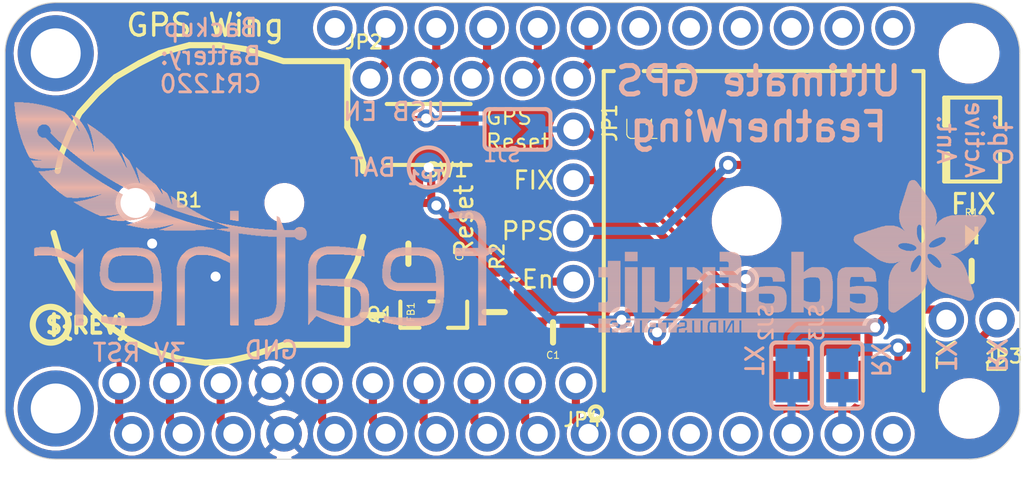
<source format=kicad_pcb>
(kicad_pcb (version 20221018) (generator pcbnew)
  (layers (0 "F.Cu" signal) (31 "B.Cu" signal) (34 "B.Paste" user) (35 "F.Paste" user) (36 "B.SilkS" user "B.Silkscreen") (37 "F.SilkS" user "F.Silkscreen") (38 "B.Mask" user) (39 "F.Mask" user) (44 "Edge.Cuts" user))
  (net 0 "")
  (net 1 "FIX")
  (net 2 "N$2")
  (net 3 "GND")
  (net 4 "3.3V")
  (net 5 "VBACKUP")
  (net 6 "TX")
  (net 7 "RX")
  (net 8 "N$4")
  (net 9 "1PPS")
  (net 10 "3V")
  (net 11 "N$1")
  (net 12 "N$3")
  (net 13 "N$5")
  (net 14 "N$6")
  (net 15 "N$7")
  (net 16 "N$8")
  (net 17 "N$9")
  (net 18 "N$10")
  (net 19 "N$11")
  (net 20 "GRESET")
  (net 21 "N$12")
  (net 22 "N$13")
  (net 23 "N$14")
  (net 24 "USB")
  (net 25 "N$15")
  (net 26 "ENABLE")
  (net 27 "N$16")
  (net 28 "N$17")
  (footprint "working:0805-NO" (layer "F.Cu") (at 141.5161 109.2186 90)
    (fp_text reference "FB1" (at -0.381 1.905 90) (layer "F.SilkS") (effects (font (size 0.35308 0.35308) (thickness 0.05332)) (justify left)))
    (fp_text value "Ferrite")
    (pad "1" smd rect (at -0.95 0 90) (size 1.24 1.5) (layers "F.Cu" "F.Paste" "F.Mask") (net 10 "3V"))
    (pad "2" smd rect (at 0.95 0 90) (size 1.24 1.5) (layers "F.Cu" "F.Paste" "F.Mask") (net 4 "3.3V"))
  )
  (footprint "working:1X04_ROUND" (layer "F.Cu") (at 151.5491 103.7336 -90)
    (fp_text reference "JP1" (at -5.1562 -1.8288 90) (layer "F.SilkS") (effects (font (size 0.692831 0.692831) (thickness 0.119969)) (justify right)))
    (fp_text value "")
    (pad "1" thru_hole circle (at -3.81 0) (size 1.6764 1.6764) (drill 1) (layers "*.Cu" "*.Mask") (net 20 "GRESET"))
    (pad "2" thru_hole circle (at -1.27 0) (size 1.6764 1.6764) (drill 1) (layers "*.Cu" "*.Mask") (net 1 "FIX"))
    (pad "3" thru_hole circle (at 1.27 0) (size 1.6764 1.6764) (drill 1) (layers "*.Cu" "*.Mask") (net 9 "1PPS"))
    (pad "4" thru_hole circle (at 3.81 0) (size 1.6764 1.6764) (drill 1) (layers "*.Cu" "*.Mask") (net 26 "ENABLE"))
  )
  (footprint "working:SOT23-WIDE" (layer "F.Cu") (at 144.5641 109.1946 180)
    (fp_text reference "Q1" (at 1.905 0) (layer "F.SilkS") (effects (font (size 0.692831 0.692831) (thickness 0.119969)) (justify right)))
    (fp_text value "DMG3415U-7 ")
    (pad "1" smd rect (at -0.95 1 180) (size 1 1.2) (layers "F.Cu" "F.Paste" "F.Mask") (net 26 "ENABLE"))
    (pad "2" smd rect (at 0.95 1 180) (size 1 1.2) (layers "F.Cu" "F.Paste" "F.Mask") (net 4 "3.3V"))
    (pad "3" smd rect (at 0 -1 180) (size 1 1.2) (layers "F.Cu" "F.Paste" "F.Mask") (net 25 "N$15"))
  )
  (footprint "working:1X05_ROUND_70" (layer "F.Cu") (at 146.4691 97.3836)
    (fp_text reference "JP2" (at -6.4262 -1.8288) (layer "F.SilkS") (effects (font (size 0.692831 0.692831) (thickness 0.119969)) (justify left)))
    (fp_text value "")
    (pad "1" thru_hole circle (at -5.08 0 90) (size 1.778 1.778) (drill 1) (layers "*.Cu" "*.Mask") (net 23 "N$14"))
    (pad "2" thru_hole circle (at -2.54 0 90) (size 1.778 1.778) (drill 1) (layers "*.Cu" "*.Mask") (net 24 "USB"))
    (pad "3" thru_hole circle (at 0 0 90) (size 1.778 1.778) (drill 1) (layers "*.Cu" "*.Mask") (net 11 "N$1"))
    (pad "4" thru_hole circle (at 2.54 0 90) (size 1.778 1.778) (drill 1) (layers "*.Cu" "*.Mask") (net 12 "N$3"))
    (pad "5" thru_hole circle (at 5.08 0 90) (size 1.778 1.778) (drill 1) (layers "*.Cu" "*.Mask") (net 13 "N$5"))
  )
  (footprint "working:0805-NO" (layer "F.Cu") (at 147.6121 109.0676 90)
    (fp_text reference "R2" (at 2.032 0.127 90) (layer "F.SilkS") (effects (font (size 0.692831 0.692831) (thickness 0.119969)) (justify left)))
    (fp_text value "100K")
    (pad "1" smd rect (at -0.95 0 90) (size 1.24 1.5) (layers "F.Cu" "F.Paste" "F.Mask") (net 3 "GND"))
    (pad "2" smd rect (at 0.95 0 90) (size 1.24 1.5) (layers "F.Cu" "F.Paste" "F.Mask") (net 26 "ENABLE"))
  )
  (footprint "working:U.FL" (layer "F.Cu") (at 171.6151 100.4316 180)
    (fp_text reference "X1" hide)
    (fp_text value "uFL" hide)
    (pad "1" smd rect (at 0 -1.375 180) (size 2.2 1.05) (layers "F.Cu" "F.Paste" "F.Mask") (net 3 "GND"))
    (pad "2" smd rect (at 0 1.375 180) (size 2.2 1.05) (layers "F.Cu" "F.Paste" "F.Mask") (net 3 "GND"))
    (pad "3" smd rect (at 1.525 0 180) (size 0.8 1) (layers "F.Cu" "F.Paste" "F.Mask") (net 8 "N$4"))
    (zone (net 0) (net_name "") (layer "F.Cu") (connect_pads (clearance 0)) (min_thickness 0.25)
      (keepout (tracks not_allowed) (vias not_allowed) (pads not_allowed) (copperpour not_allowed) (footprints allowed))
      (fill (thermal_gap 0.5) (thermal_bridge_width 0.5))
      (polygon (pts (xy 172.5041 99.6061) (xy 170.7261 99.6061) (xy 170.7261 101.2571) (xy 172.5041 101.2571)))
    )
  )
  (footprint "working:1X10_ROUND" (layer "F.Cu") (at 140.2461 112.6236 180)
    (fp_text reference "JP4" (at -12.7762 -1.8288) (layer "F.SilkS") (effects (font (size 0.692831 0.692831) (thickness 0.119969)) (justify right)))
    (fp_text value "")
    (pad "1" thru_hole circle (at -11.43 0 270) (size 1.6764 1.6764) (drill 1) (layers "*.Cu" "*.Mask") (net 14 "N$6"))
    (pad "2" thru_hole circle (at -8.89 0 270) (size 1.6764 1.6764) (drill 1) (layers "*.Cu" "*.Mask") (net 15 "N$7"))
    (pad "3" thru_hole circle (at -6.35 0 270) (size 1.6764 1.6764) (drill 1) (layers "*.Cu" "*.Mask") (net 16 "N$8"))
    (pad "4" thru_hole circle (at -3.81 0 270) (size 1.6764 1.6764) (drill 1) (layers "*.Cu" "*.Mask") (net 17 "N$9"))
    (pad "5" thru_hole circle (at -1.27 0 270) (size 1.6764 1.6764) (drill 1) (layers "*.Cu" "*.Mask") (net 18 "N$10"))
    (pad "6" thru_hole circle (at 1.27 0 270) (size 1.6764 1.6764) (drill 1) (layers "*.Cu" "*.Mask") (net 19 "N$11"))
    (pad "7" thru_hole circle (at 3.81 0 270) (size 1.6764 1.6764) (drill 1) (layers "*.Cu" "*.Mask") (net 3 "GND"))
    (pad "8" thru_hole circle (at 6.35 0 270) (size 1.6764 1.6764) (drill 1) (layers "*.Cu" "*.Mask") (net 22 "N$13"))
    (pad "9" thru_hole circle (at 8.89 0 270) (size 1.6764 1.6764) (drill 1) (layers "*.Cu" "*.Mask") (net 10 "3V"))
    (pad "10" thru_hole circle (at 11.43 0 270) (size 1.6764 1.6764) (drill 1) (layers "*.Cu" "*.Mask") (net 21 "N$12"))
  )
  (footprint "working:CHIPLED_0805_NOOUTLINE" (layer "F.Cu") (at 171.4881 105.2336 -90)
    (fp_text reference "LED1" hide)
    (fp_text value "RED")
    (pad "A" smd rect (at 0 1.05 270) (size 1.2 1.2) (layers "F.Cu" "F.Paste" "F.Mask") (net 1 "FIX"))
    (pad "C" smd rect (at 0 -1.05 270) (size 1.2 1.2) (layers "F.Cu" "F.Paste" "F.Mask") (net 2 "N$2"))
  )
  (footprint "working:1X02_ROUND" (layer "F.Cu") (at 171.4881 109.4486 180)
    (fp_text reference "JP3" (at -2.6162 -1.8288) (layer "F.SilkS") (effects (font (size 0.692831 0.692831) (thickness 0.119969)) (justify right)))
    (fp_text value "")
    (pad "1" thru_hole circle (at -1.27 0 270) (size 1.778 1.778) (drill 1) (layers "*.Cu" "*.Mask") (net 7 "RX"))
    (pad "2" thru_hole circle (at 1.27 0 270) (size 1.778 1.778) (drill 1) (layers "*.Cu" "*.Mask") (net 6 "TX"))
  )
  (footprint "working:0805-NO" (layer "F.Cu") (at 150.5331 110.0836 180)
    (fp_text reference "C1" (at -0.381 -1.143) (layer "F.SilkS") (effects (font (size 0.35308 0.35308) (thickness 0.05332)) (justify right)))
    (fp_text value "0.1uF")
    (pad "1" smd rect (at -0.95 0 180) (size 1.24 1.5) (layers "F.Cu" "F.Paste" "F.Mask") (net 25 "N$15"))
    (pad "2" smd rect (at 0.95 0 180) (size 1.24 1.5) (layers "F.Cu" "F.Paste" "F.Mask") (net 3 "GND"))
  )
  (footprint "working:FGPMMOPA6H" (layer "F.Cu") (at 161.0741 105.0036 90)
    (fp_text reference "U1" (at 5.071 -7.111) (layer "F.SilkS") (effects (font (size 0.96268 0.96268) (thickness 0.05332)) (justify left)))
    (fp_text value "FGPMMOPA6H")
    (pad "" np_thru_hole circle (at 0.5 -0.85 90) (size 3 3) (drill 3) (layers "*.Cu" "*.Mask"))
    (pad "P$1" smd rect (at -7.5 -6.75 90) (size 2 1) (layers "F.Cu" "F.Paste" "F.Mask") (net 25 "N$15"))
    (pad "P$2" smd rect (at -7.5 -5.25 90) (size 2 1) (layers "F.Cu" "F.Paste" "F.Mask") (net 20 "GRESET"))
    (pad "P$3" smd rect (at -7.5 -3.75 90) (size 2 1) (layers "F.Cu" "F.Paste" "F.Mask") (net 3 "GND"))
    (pad "P$4" smd rect (at -7.5 -2.25 90) (size 2 1) (layers "F.Cu" "F.Paste" "F.Mask") (net 5 "VBACKUP"))
    (pad "P$5" smd rect (at -7.5 -0.75 90) (size 2 1) (layers "F.Cu" "F.Paste" "F.Mask") (net 1 "FIX"))
    (pad "P$6" smd rect (at -7.5 0.75 90) (size 2 1) (layers "F.Cu" "F.Paste" "F.Mask"))
    (pad "P$7" smd rect (at -7.5 2.25 90) (size 2 1) (layers "F.Cu" "F.Paste" "F.Mask"))
    (pad "P$8" smd rect (at -7.5 3.75 90) (size 2 1) (layers "F.Cu" "F.Paste" "F.Mask") (net 3 "GND"))
    (pad "P$9" smd rect (at -7.5 5.25 90) (size 2 1) (layers "F.Cu" "F.Paste" "F.Mask") (net 6 "TX"))
    (pad "P$10" smd rect (at -7.5 6.75 90) (size 2 1) (layers "F.Cu" "F.Paste" "F.Mask") (net 7 "RX"))
    (pad "P$11" smd rect (at 7.5 6.75 270) (size 2 1) (layers "F.Cu" "F.Paste" "F.Mask") (net 8 "N$4"))
    (pad "P$12" smd rect (at 7.5 5.25 270) (size 2 1) (layers "F.Cu" "F.Paste" "F.Mask") (net 3 "GND"))
    (pad "P$13" smd rect (at 7.5 3.75 270) (size 2 1) (layers "F.Cu" "F.Paste" "F.Mask") (net 9 "1PPS"))
    (pad "P$14" smd rect (at 7.5 2.25 270) (size 2 1) (layers "F.Cu" "F.Paste" "F.Mask"))
    (pad "P$15" smd rect (at 7.5 0.75 270) (size 2 1) (layers "F.Cu" "F.Paste" "F.Mask"))
    (pad "P$16" smd rect (at 7.5 -0.75 270) (size 2 1) (layers "F.Cu" "F.Paste" "F.Mask"))
    (pad "P$17" smd rect (at 7.5 -2.25 270) (size 2 1) (layers "F.Cu" "F.Paste" "F.Mask"))
    (pad "P$18" smd rect (at 7.5 -3.75 270) (size 2 1) (layers "F.Cu" "F.Paste" "F.Mask"))
    (pad "P$19" smd rect (at 7.5 -5.25 270) (size 2 1) (layers "F.Cu" "F.Paste" "F.Mask") (net 3 "GND"))
    (pad "P$20" smd rect (at 7.5 -6.75 270) (size 2 1) (layers "F.Cu" "F.Paste" "F.Mask"))
  )
  (footprint "working:BTN_KMR2_4.6X2.8" (layer "F.Cu") (at 144.3101 100.1776 180)
    (fp_text reference "SW1" (at -2.032 -1.778) (layer "F.SilkS") (effects (font (size 0.692831 0.692831) (thickness 0.119969)) (justify right)))
    (fp_text value "KMR2")
    (pad "A" smd rect (at 2.05 -0.8 180) (size 0.9 0.9) (layers "F.Cu" "F.Paste" "F.Mask") (net 3 "GND"))
    (pad "A'" smd rect (at -2.05 -0.8 180) (size 0.9 0.9) (layers "F.Cu" "F.Paste" "F.Mask") (net 3 "GND"))
    (pad "B" smd rect (at 2.05 0.8 180) (size 0.9 0.9) (layers "F.Cu" "F.Paste" "F.Mask") (net 21 "N$12"))
    (pad "B'" smd rect (at -2.05 0.8 180) (size 0.9 0.9) (layers "F.Cu" "F.Paste" "F.Mask") (net 21 "N$12"))
  )
  (footprint "working:CR1220-2" (layer "F.Cu") (at 133.1341 103.6066)
    (fp_text reference "B1" (at -1.602 -0.14) (layer "F.SilkS") (effects (font (size 0.692831 0.692831) (thickness 0.119969)) (justify left)))
    (fp_text value "CR1220")
    (pad "" np_thru_hole circle (at -3.5 0) (size 1.5 1.5) (drill 1.5) (layers "*.Cu" "*.Mask"))
    (pad "" np_thru_hole circle (at 3.95 0) (size 1.5 1.5) (drill 1.5) (layers "*.Cu" "*.Mask"))
    (pad "+" smd rect (at 8.29 0) (size 4 2) (layers "F.Cu" "F.Paste" "F.Mask") (net 5 "VBACKUP"))
    (pad "-" smd rect (at -7.6 0) (size 4 2) (layers "F.Cu" "F.Paste" "F.Mask") (net 3 "GND"))
  )
  (footprint "working:FIDUCIAL_1MM" (layer "F.Cu") (at 124.7521 99.5426)
    (fp_text reference "FID1" hide)
    (fp_text value "FIDUCIAL\"\"" hide)
    (pad "1" smd roundrect (at 0 0) (size 1 1) (layers "F.Cu" "F.Mask") (roundrect_rratio 0.5))
  )
  (footprint "working:PCBFEAT-REV-040" (layer "F.Cu") (at 125.3871 109.7026)
    (fp_text reference "U$9" hide)
    (fp_text value "" hide)
    (fp_text user "${REV}" (at -0.3556 0.508) (layer "F.SilkS") (effects (font (size 0.8128 0.8128) (thickness 0.2032)) (justify left bottom)))
  )
  (footprint "working:FEATHERWING" (layer "F.Cu") (at 123.1011 116.4336)
    (fp_text reference "MS1" hide)
    (fp_text value "FEATHERWING" hide)
    (fp_line (start 0 -20.32) (end 0 -2.54) (stroke (width 0.05)) (layer "Edge.Cuts"))
    (fp_line (start 2.54 0) (end 48.26 0) (stroke (width 0.05)) (layer "Edge.Cuts"))
    (fp_line (start 48.26 -22.86) (end 2.54 -22.86) (stroke (width 0.05)) (layer "Edge.Cuts"))
    (fp_line (start 50.8 -2.54) (end 50.8 -20.32) (stroke (width 0.05)) (layer "Edge.Cuts"))
    (fp_arc (start 0 -20.32) (mid 0.743949 -22.116051) (end 2.54 -22.86) (stroke (width 0.05)) (layer "Edge.Cuts"))
    (fp_arc (start 2.54 0) (mid 0.743949 -0.743949) (end 0 -2.54) (stroke (width 0.05)) (layer "Edge.Cuts"))
    (fp_arc (start 48.26 -22.86) (mid 50.056051 -22.116051) (end 50.8 -20.32) (stroke (width 0.05)) (layer "Edge.Cuts"))
    (fp_arc (start 50.8 -2.54) (mid 50.056051 -0.743949) (end 48.26 0) (stroke (width 0.05)) (layer "Edge.Cuts"))
    (pad "" np_thru_hole circle (at 48.26 -20.32) (size 2.54 2.54) (drill 2.54) (layers "*.Cu" "*.Mask"))
    (pad "" np_thru_hole circle (at 48.26 -2.54) (size 2.54 2.54) (drill 2.54) (layers "*.Cu" "*.Mask"))
    (pad "1" thru_hole circle (at 6.35 -1.27) (size 1.778 1.778) (drill 1) (layers "*.Cu" "*.Mask") (net 21 "N$12"))
    (pad "2" thru_hole circle (at 8.89 -1.27) (size 1.778 1.778) (drill 1) (layers "*.Cu" "*.Mask") (net 10 "3V"))
    (pad "3" thru_hole circle (at 11.43 -1.27) (size 1.778 1.778) (drill 1) (layers "*.Cu" "*.Mask") (net 22 "N$13"))
    (pad "4" thru_hole circle (at 13.97 -1.27) (size 1.778 1.778) (drill 1) (layers "*.Cu" "*.Mask") (net 3 "GND"))
    (pad "5" thru_hole circle (at 16.51 -1.27) (size 1.778 1.778) (drill 1) (layers "*.Cu" "*.Mask") (net 19 "N$11"))
    (pad "6" thru_hole circle (at 19.05 -1.27) (size 1.778 1.778) (drill 1) (layers "*.Cu" "*.Mask") (net 18 "N$10"))
    (pad "7" thru_hole circle (at 21.59 -1.27) (size 1.778 1.778) (drill 1) (layers "*.Cu" "*.Mask") (net 17 "N$9"))
    (pad "8" thru_hole circle (at 24.13 -1.27) (size 1.778 1.778) (drill 1) (layers "*.Cu" "*.Mask") (net 16 "N$8"))
    (pad "9" thru_hole circle (at 26.67 -1.27) (size 1.778 1.778) (drill 1) (layers "*.Cu" "*.Mask") (net 15 "N$7"))
    (pad "10" thru_hole circle (at 29.21 -1.27) (size 1.778 1.778) (drill 1) (layers "*.Cu" "*.Mask") (net 14 "N$6"))
    (pad "11" thru_hole circle (at 31.75 -1.27) (size 1.778 1.778) (drill 1) (layers "*.Cu" "*.Mask"))
    (pad "12" thru_hole circle (at 34.29 -1.27) (size 1.778 1.778) (drill 1) (layers "*.Cu" "*.Mask"))
    (pad "13" thru_hole circle (at 36.83 -1.27) (size 1.778 1.778) (drill 1) (layers "*.Cu" "*.Mask"))
    (pad "14" thru_hole circle (at 39.37 -1.27) (size 1.778 1.778) (drill 1) (layers "*.Cu" "*.Mask") (net 27 "N$16"))
    (pad "15" thru_hole circle (at 41.91 -1.27) (size 1.778 1.778) (drill 1) (layers "*.Cu" "*.Mask") (net 28 "N$17"))
    (pad "16" thru_hole circle (at 44.45 -1.27) (size 1.778 1.778) (drill 1) (layers "*.Cu" "*.Mask"))
    (pad "17" thru_hole circle (at 44.45 -21.59) (size 1.778 1.778) (drill 1) (layers "*.Cu" "*.Mask"))
    (pad "18" thru_hole circle (at 41.91 -21.59) (size 1.778 1.778) (drill 1) (layers "*.Cu" "*.Mask"))
    (pad "19" thru_hole circle (at 39.37 -21.59) (size 1.778 1.778) (drill 1) (layers "*.Cu" "*.Mask"))
    (pad "20" thru_hole circle (at 36.83 -21.59) (size 1.778 1.778) (drill 1) (layers "*.Cu" "*.Mask"))
    (pad "21" thru_hole circle (at 34.29 -21.59) (size 1.778 1.778) (drill 1) (layers "*.Cu" "*.Mask"))
    (pad "22" thru_hole circle (at 31.75 -21.59) (size 1.778 1.778) (drill 1) (layers "*.Cu" "*.Mask"))
    (pad "23" thru_hole circle (at 29.21 -21.59) (size 1.778 1.778) (drill 1) (layers "*.Cu" "*.Mask") (net 13 "N$5"))
    (pad "24" thru_hole circle (at 26.67 -21.59) (size 1.778 1.778) (drill 1) (layers "*.Cu" "*.Mask") (net 12 "N$3"))
    (pad "25" thru_hole circle (at 24.13 -21.59) (size 1.778 1.778) (drill 1) (layers "*.Cu" "*.Mask") (net 11 "N$1"))
    (pad "26" thru_hole circle (at 21.59 -21.59) (size 1.778 1.778) (drill 1) (layers "*.Cu" "*.Mask") (net 24 "USB"))
    (pad "27" thru_hole circle (at 19.05 -21.59) (size 1.778 1.778) (drill 1) (layers "*.Cu" "*.Mask") (net 23 "N$14"))
    (pad "28" thru_hole circle (at 16.51 -21.59) (size 1.778 1.778) (drill 1) (layers "*.Cu" "*.Mask"))
    (pad "P$1" thru_hole circle (at 2.54 -20.32) (size 3.81 3.81) (drill 2.5) (layers "*.Cu" "*.Mask"))
    (pad "P$2" thru_hole circle (at 2.54 -2.54) (size 3.81 3.81) (drill 2.5) (layers "*.Cu" "*.Mask"))
  )
  (footprint "working:0805-NO" (layer "F.Cu") (at 143.2941 106.1466)
    (fp_text reference "C2" (at 2.564 0.405 90) (layer "F.SilkS") (effects (font (size 0.35308 0.35308) (thickness 0.05332)) (justify left)))
    (fp_text value "10uF")
    (pad "1" smd rect (at -0.95 0) (size 1.24 1.5) (layers "F.Cu" "F.Paste" "F.Mask") (net 4 "3.3V"))
    (pad "2" smd rect (at 0.95 0) (size 1.24 1.5) (layers "F.Cu" "F.Paste" "F.Mask") (net 3 "GND"))
  )
  (footprint "working:0805-NO" (layer "F.Cu") (at 171.4881 107.0116)
    (fp_text reference "R1" (at -0.381 -2.921) (layer "F.SilkS") (effects (font (size 0.35308 0.35308) (thickness 0.05332)) (justify left)))
    (fp_text value "470 ohm")
    (pad "1" smd rect (at -0.95 0) (size 1.24 1.5) (layers "F.Cu" "F.Paste" "F.Mask") (net 3 "GND"))
    (pad "2" smd rect (at 0.95 0) (size 1.24 1.5) (layers "F.Cu" "F.Paste" "F.Mask") (net 2 "N$2"))
  )
  (footprint "working:FIDUCIAL_1MM" (layer "F.Cu") (at 169.6061 115.3726)
    (fp_text reference "FID2" hide)
    (fp_text value "FIDUCIAL\"\"" hide)
    (pad "1" smd roundrect (at 0 0) (size 1 1) (layers "F.Cu" "F.Mask") (roundrect_rratio 0.5))
  )
  (footprint "working:ADAFRUIT_TEXT_20MM" (layer "B.Cu") (at 172.3771 110.0836 180)
    (fp_text reference "U$11" hide)
    (fp_text value "" hide)
  )
  (footprint "working:SOLDERJUMPER_ARROW_NOPASTE" (layer "B.Cu") (at 148.7551 99.9236)
    (fp_text reference "SJ1" (at -1.778 1.27) (layer "B.SilkS") (effects (font (size 0.692831 0.692831) (thickness 0.119969)) (justify right mirror)))
    (fp_text value "")
    (fp_poly (pts (xy 0.201021 0) (xy -0.560979 -0.762) (xy -1.1684 -0.762) (xy -1.1684 0.762) (xy -0.560979 0.762)) (fill solid) (layer "B.Cu"))
    (fp_poly (pts (xy 1.1684 -0.762) (xy -0.186831 -0.762) (xy 0.548892 0) (xy -0.186831 0.762) (xy 1.1684 0.762)) (fill solid) (layer "B.Cu"))
    (pad "1" smd roundrect (at -1.016 0) (size 0.762 1.524) (layers "B.Cu") (net 21 "N$12"))
    (pad "2" smd roundrect (at 1.016 0) (size 0.762 1.524) (layers "B.Cu") (net 20 "GRESET"))
  )
  (footprint "working:FEATHERLOGO" (layer "B.Cu") (at 147.8661 109.8296 180)
    (fp_text reference "U$10" hide)
    (fp_text value "" hide)
  )
  (footprint "working:TESTPOINT_ROUND_1.5MM" (layer "B.Cu") (at 144.3101 101.8286 180)
    (fp_text reference "TP1" (at 1.143 -0.127) (layer "B.SilkS") (effects (font (size 0.666496 0.666496) (thickness 0.146304)) (justify right top mirror)))
    (fp_text value "")
    (pad "P$1" smd roundrect (at 0 0 180) (size 1.5 1.5) (layers "B.Cu" "B.Mask") (roundrect_rratio 0.5) (net 5 "VBACKUP"))
  )
  (footprint "working:SOLDERJUMPER_CLOSEDWIRE" (layer "B.Cu") (at 165.0111 112.2426 -90)
    (fp_text reference "SJ3" (at -1.651 1.27 -270) (layer "B.SilkS") (effects (font (size 0.692831 0.692831) (thickness 0.119969)) (justify right mirror)))
    (fp_text value "")
    (pad "1" smd rect (at -0.762 0 270) (size 1.1684 1.6002) (layers "B.Cu" "B.Mask") (net 7 "RX"))
    (pad "2" smd rect (at 0.762 0 270) (size 1.1684 1.6002) (layers "B.Cu" "B.Mask") (net 28 "N$17"))
    (pad "WIRE" smd rect (at 0 0 270) (size 0.635 0.2032) (layers "B.Cu" "B.Mask"))
  )
  (footprint "working:SOLDERJUMPER_CLOSEDWIRE" (layer "B.Cu") (at 162.4711 112.2426 -90)
    (fp_text reference "SJ2" (at -1.651 1.27 -270) (layer "B.SilkS") (effects (font (size 0.692831 0.692831) (thickness 0.119969)) (justify right mirror)))
    (fp_text value "")
    (pad "1" smd rect (at -0.762 0 270) (size 1.1684 1.6002) (layers "B.Cu" "B.Mask") (net 6 "TX"))
    (pad "2" smd rect (at 0.762 0 270) (size 1.1684 1.6002) (layers "B.Cu" "B.Mask") (net 27 "N$16"))
    (pad "WIRE" smd rect (at 0 0 270) (size 0.635 0.2032) (layers "B.Cu" "B.Mask"))
  )
  (gr_arc (start 171.3611 93.5736) (mid 173.157151 94.317549) (end 173.9011 96.1136) (stroke (width 0.05)) (layer "Edge.Cuts"))
  (gr_line (start 173.9011 96.1136) (end 173.9011 113.8936) (stroke (width 0.05)) (layer "Edge.Cuts"))
  (gr_arc (start 173.9011 113.8936) (mid 173.157151 115.689651) (end 171.3611 116.4336) (stroke (width 0.05)) (layer "Edge.Cuts"))
  (gr_text "Opt.\nActive\nAnt." (at 171.6151 100.4316 -90) (layer "B.SilkS") (effects (font (size 0.87376 0.87376) (thickness 0.14224)) (justify mirror)))
  (gr_text "Ultimate GPS\nFeatherWing" (at 160.8201 98.6536) (layer "B.SilkS") (effects (font (size 1.42494 1.42494) (thickness 0.25146)) (justify mirror)))
  (gr_text "TX" (at 170.2181 111.2266 -90) (layer "B.SilkS") (effects (font (size 0.87376 0.87376) (thickness 0.14224)) (justify mirror)))
  (gr_text "RX" (at 166.9161 111.4806 -90) (layer "B.SilkS") (effects (font (size 0.87376 0.87376) (thickness 0.14224)) (justify mirror)))
  (gr_text "RST" (at 128.6891 111.0996) (layer "B.SilkS") (effects (font (size 0.87376 0.87376) (thickness 0.14224)) (justify mirror)))
  (gr_text "Backup\nBattery:\nCR1220" (at 133.3881 96.2406) (layer "B.SilkS") (effects (font (size 0.87376 0.87376) (thickness 0.14224)) (justify mirror)))
  (gr_text "EN" (at 140.8811 99.0346) (layer "B.SilkS") (effects (font (size 0.87376 0.87376) (thickness 0.14224)) (justify mirror)))
  (gr_text "3V" (at 131.3561 111.0996) (layer "B.SilkS") (effects (font (size 0.87376 0.87376) (thickness 0.14224)) (justify mirror)))
  (gr_text "BAT" (at 141.5161 101.8286) (layer "B.SilkS") (effects (font (size 0.87376 0.87376) (thickness 0.14224)) (justify mirror)))
  (gr_text "USB" (at 143.8021 99.0346) (layer "B.SilkS") (effects (font (size 0.87376 0.87376) (thickness 0.14224)) (justify mirror)))
  (gr_text "GND" (at 136.4361 110.9726) (layer "B.SilkS") (effects (font (size 0.87376 0.87376) (thickness 0.14224)) (justify mirror)))
  (gr_text "RX" (at 172.7581 111.2266 -90) (layer "B.SilkS") (effects (font (size 0.87376 0.87376) (thickness 0.14224)) (justify mirror)))
  (gr_text "TX" (at 160.5661 111.4806 -90) (layer "B.SilkS") (effects (font (size 0.87376 0.87376) (thickness 0.14224)) (justify mirror)))
  (gr_text "GPS\nReset" (at 147.1041 99.9236) (layer "F.SilkS") (effects (font (size 0.78232 0.78232) (thickness 0.10668)) (justify left)))
  (gr_text "RX" (at 172.2501 110.3376 90) (layer "F.SilkS") (effects (font (size 0.89408 0.89408) (thickness 0.12192)) (justify right top)))
  (gr_text "FIX" (at 150.6601 101.9556) (layer "F.SilkS") (effects (font (size 0.88392 0.88392) (thickness 0.13208)) (justify right top)))
  (gr_text "TX" (at 169.7101 110.3376 90) (layer "F.SilkS") (effects (font (size 0.89408 0.89408) (thickness 0.12192)) (justify right top)))
  (gr_text "Reset" (at 146.5961 106.4006 90) (layer "F.SilkS") (effects (font (size 0.88392 0.88392) (thickness 0.13208)) (justify left bottom)))
  (gr_text "~En" (at 150.6601 106.9086) (layer "F.SilkS") (effects (font (size 0.88392 0.88392) (thickness 0.13208)) (justify right top)))
  (gr_text "PPS" (at 150.6601 104.4956) (layer "F.SilkS") (effects (font (size 0.88392 0.88392) (thickness 0.13208)) (justify right top)))
  (gr_text "GPS Wing" (at 129.0701 95.3516) (layer "F.SilkS") (effects (font (size 1.1049 1.1049) (thickness 0.1651)) (justify left bottom)))
  (gr_text "FIX" (at 170.3451 104.2416) (layer "F.SilkS") (effects (font (size 0.98298 0.98298) (thickness 0.16002)) (justify left bottom)))
  (segment (start 153.2241 102.4636) (end 151.5491 102.4636) (width 0.4064) (layer "F.Cu") (net 1))
  (segment (start 160.3241 109.5636) (end 153.2241 102.4636) (width 0.4064) (layer "F.Cu") (net 1))
  (segment (start 160.3241 109.5636) (end 164.6541 105.2336) (width 0.4064) (layer "F.Cu") (net 1))
  (segment (start 164.6541 105.2336) (end 170.4381 105.2336) (width 0.4064) (layer "F.Cu") (net 1))
  (segment (start 160.3241 112.5036) (end 160.3241 109.5636) (width 0.4064) (layer "F.Cu") (net 1))
  (segment (start 172.5381 105.2336) (end 172.4381 105.7146) (width 0.4064) (layer "F.Cu") (net 2))
  (segment (start 172.4381 105.7146) (end 172.4381 107.0116) (width 0.4064) (layer "F.Cu") (net 2))
  (via (at 133.6421 107.2896) (size 0.9064) (drill 0.5) (layers "F.Cu" "B.Cu") (net 3))
  (via (at 130.4671 105.6386) (size 0.9064) (drill 0.5) (layers "F.Cu" "B.Cu") (net 3))
  (segment (start 141.5161 108.2686) (end 141.5901 108.1946) (width 0.4064) (layer "F.Cu") (net 4))
  (segment (start 141.5901 108.1946) (end 143.6141 108.1946) (width 0.4064) (layer "F.Cu") (net 4))
  (segment (start 142.3441 106.1466) (end 141.5161 106.9746) (width 0.4064) (layer "F.Cu") (net 4))
  (segment (start 141.5161 106.9746) (end 141.5161 108.2686) (width 0.4064) (layer "F.Cu") (net 4))
  (segment (start 158.8241 109.8656) (end 158.8241 112.5036) (width 0.4064) (layer "F.Cu") (net 5))
  (segment (start 141.4241 103.6066) (end 144.4371 103.6066) (width 0.4064) (layer "F.Cu") (net 5))
  (segment (start 154.3431 109.0676) (end 158.0261 109.0676) (width 0.4064) (layer "F.Cu") (net 5))
  (segment (start 144.4371 101.9556) (end 144.3101 101.8286) (width 0.4064) (layer "F.Cu") (net 5))
  (segment (start 144.4371 103.6066) (end 144.4371 101.9556) (width 0.4064) (layer "F.Cu") (net 5))
  (segment (start 144.5641 103.6066) (end 144.6911 103.7336) (width 0.4064) (layer "F.Cu") (net 5))
  (segment (start 153.9621 109.4486) (end 154.3431 109.0676) (width 0.4064) (layer "F.Cu") (net 5))
  (segment (start 144.4371 103.6066) (end 144.5641 103.6066) (width 0.4064) (layer "F.Cu") (net 5))
  (segment (start 158.0261 109.0676) (end 158.8241 109.8656) (width 0.4064) (layer "F.Cu") (net 5))
  (via (at 144.3101 101.8286) (size 0.9064) (drill 0.5) (layers "F.Cu" "B.Cu") (net 5))
  (via (at 144.6911 103.7336) (size 0.9064) (drill 0.5) (layers "F.Cu" "B.Cu") (net 5))
  (via (at 153.9621 109.4486) (size 0.9064) (drill 0.5) (layers "F.Cu" "B.Cu") (net 5))
  (segment (start 150.4061 109.4486) (end 153.9621 109.4486) (width 0.4064) (layer "B.Cu") (net 5))
  (segment (start 144.6911 103.7336) (end 150.4061 109.4486) (width 0.4064) (layer "B.Cu") (net 5))
  (segment (start 166.6621 109.8296) (end 166.3241 110.1676) (width 0.4064) (layer "F.Cu") (net 6))
  (segment (start 166.3241 110.1676) (end 166.3241 112.5036) (width 0.4064) (layer "F.Cu") (net 6))
  (segment (start 167.5511 108.9406) (end 166.7256 109.7661) (width 0.4064) (layer "F.Cu") (net 6))
  (segment (start 166.6621 109.8296) (end 166.7256 109.7661) (width 0.4064) (layer "F.Cu") (net 6))
  (segment (start 169.7101 108.9406) (end 167.5511 108.9406) (width 0.4064) (layer "F.Cu") (net 6))
  (segment (start 170.2181 109.4486) (end 169.7101 108.9406) (width 0.4064) (layer "F.Cu") (net 6))
  (via (at 166.6621 109.8296) (size 0.9064) (drill 0.5) (layers "F.Cu" "B.Cu") (net 6))
  (segment (start 166.5351 109.9566) (end 166.6621 109.8296) (width 0.4064) (layer "B.Cu") (net 6))
  (segment (start 162.8521 109.9566) (end 166.5351 109.9566) (width 0.4064) (layer "B.Cu") (net 6))
  (segment (start 162.4711 110.3376) (end 162.8521 109.9566) (width 0.4064) (layer "B.Cu") (net 6))
  (segment (start 162.4711 111.4806) (end 162.4711 110.3376) (width 0.4064) (layer "B.Cu") (net 6))
  (segment (start 167.8051 110.8456) (end 167.8241 111.3346) (width 0.4064) (layer "F.Cu") (net 7))
  (segment (start 167.8241 111.3346) (end 167.8241 112.5036) (width 0.4064) (layer "F.Cu") (net 7))
  (segment (start 171.4881 110.8456) (end 167.8051 110.8456) (width 0.4064) (layer "F.Cu") (net 7))
  (segment (start 172.7581 109.5756) (end 172.7581 109.4486) (width 0.4064) (layer "F.Cu") (net 7))
  (segment (start 172.7581 109.5756) (end 171.4881 110.8456) (width 0.4064) (layer "F.Cu") (net 7))
  (via (at 167.8051 110.8456) (size 0.9064) (drill 0.5) (layers "F.Cu" "B.Cu") (net 7))
  (segment (start 165.0111 111.4806) (end 165.6461 110.8456) (width 0.4064) (layer "B.Cu") (net 7))
  (segment (start 165.6461 110.8456) (end 167.8051 110.8456) (width 0.4064) (layer "B.Cu") (net 7))
  (segment (start 169.784396 100.427902) (end 170.0901 100.4316) (width 0.8128) (layer "F.Cu") (net 8))
  (segment (start 169.48233 100.380736) (end 169.784396 100.427902) (width 0.8128) (layer "F.Cu") (net 8))
  (segment (start 168.429719 99.789327) (end 168.658333 99.992316) (width 0.8128) (layer "F.Cu") (net 8))
  (segment (start 169.190051 100.291061) (end 169.48233 100.380736) (width 0.8128) (layer "F.Cu") (net 8))
  (segment (start 167.946525 99.017082) (end 168.070155 99.296696) (width 0.8128) (layer "F.Cu") (net 8))
  (segment (start 167.8241 97.5036) (end 167.8241 98.4196) (width 0.8128) (layer "F.Cu") (net 8))
  (segment (start 168.658333 99.992316) (end 168.913508 100.160703) (width 0.8128) (layer "F.Cu") (net 8))
  (segment (start 167.863946 98.722719) (end 167.946525 99.017082) (width 0.8128) (layer "F.Cu") (net 8))
  (segment (start 168.23232 99.55587) (end 168.429719 99.789327) (width 0.8128) (layer "F.Cu") (net 8))
  (segment (start 167.8241 98.4196) (end 167.863946 98.722719) (width 0.8128) (layer "F.Cu") (net 8))
  (segment (start 167.8241 98.4196) (end 167.8241 98.4196) (width 0.8128) (layer "F.Cu") (net 8))
  (segment (start 168.913508 100.160703) (end 169.190051 100.291061) (width 0.8128) (layer "F.Cu") (net 8))
  (segment (start 168.070155 99.296696) (end 168.23232 99.55587) (width 0.8128) (layer "F.Cu") (net 8))
  (segment (start 162.3441 101.7016) (end 164.8841 99.1616) (width 0.4064) (layer "F.Cu") (net 9))
  (segment (start 164.8841 97.5636) (end 164.8241 97.5036) (width 0.4064) (layer "F.Cu") (net 9))
  (segment (start 164.8841 99.1616) (end 164.8841 97.5636) (width 0.4064) (layer "F.Cu") (net 9))
  (segment (start 159.2961 101.7016) (end 162.3441 101.7016) (width 0.4064) (layer "F.Cu") (net 9))
  (via (at 159.2961 101.7016) (size 0.9064) (drill 0.5) (layers "F.Cu" "B.Cu") (net 9))
  (segment (start 155.9941 105.0036) (end 159.2961 101.7016) (width 0.4064) (layer "B.Cu") (net 9))
  (segment (start 151.5491 105.0036) (end 155.9941 105.0036) (width 0.4064) (layer "B.Cu") (net 9))
  (segment (start 141.4741 110.2106) (end 141.5161 110.1686) (width 0.4064) (layer "F.Cu") (net 10))
  (segment (start 131.3561 114.5286) (end 131.9911 115.1636) (width 0.4064) (layer "F.Cu") (net 10))
  (segment (start 131.3561 112.6236) (end 131.3561 114.5286) (width 0.4064) (layer "F.Cu") (net 10))
  (segment (start 131.3561 112.6236) (end 131.3561 111.3536) (width 0.4064) (layer "F.Cu") (net 10))
  (segment (start 132.4991 110.2106) (end 141.4741 110.2106) (width 0.4064) (layer "F.Cu") (net 10))
  (segment (start 131.3561 111.3536) (end 132.4991 110.2106) (width 0.4064) (layer "F.Cu") (net 10))
  (segment (start 147.2311 96.6216) (end 146.4691 97.3836) (width 0.4064) (layer "F.Cu") (net 11))
  (segment (start 147.2311 94.8436) (end 147.2311 96.6216) (width 0.4064) (layer "F.Cu") (net 11))
  (segment (start 149.7711 94.8436) (end 149.7711 96.6216) (width 0.4064) (layer "F.Cu") (net 12))
  (segment (start 149.7711 96.6216) (end 149.0091 97.3836) (width 0.4064) (layer "F.Cu") (net 12))
  (segment (start 152.3111 94.8436) (end 152.3111 96.6216) (width 0.4064) (layer "F.Cu") (net 13))
  (segment (start 152.3111 96.6216) (end 151.5491 97.3836) (width 0.4064) (layer "F.Cu") (net 13))
  (segment (start 151.6761 114.5286) (end 152.3111 115.1636) (width 0.4064) (layer "F.Cu") (net 14))
  (segment (start 151.6761 112.6236) (end 151.6761 114.5286) (width 0.4064) (layer "F.Cu") (net 14))
  (segment (start 149.1361 112.6236) (end 149.1361 114.5286) (width 0.4064) (layer "F.Cu") (net 15))
  (segment (start 149.1361 114.5286) (end 149.7711 115.1636) (width 0.4064) (layer "F.Cu") (net 15))
  (segment (start 146.5961 112.6236) (end 146.5961 114.5286) (width 0.4064) (layer "F.Cu") (net 16))
  (segment (start 146.5961 114.5286) (end 147.2311 115.1636) (width 0.4064) (layer "F.Cu") (net 16))
  (segment (start 144.0561 114.5286) (end 144.6911 115.1636) (width 0.4064) (layer "F.Cu") (net 17))
  (segment (start 144.0561 112.6236) (end 144.0561 114.5286) (width 0.4064) (layer "F.Cu") (net 17))
  (segment (start 141.5161 114.5286) (end 142.1511 115.1636) (width 0.4064) (layer "F.Cu") (net 18))
  (segment (start 141.5161 112.6236) (end 141.5161 114.5286) (width 0.4064) (layer "F.Cu") (net 18))
  (segment (start 138.9761 114.5286) (end 139.6111 115.1636) (width 0.4064) (layer "F.Cu") (net 19))
  (segment (start 138.9761 112.6236) (end 138.9761 114.5286) (width 0.4064) (layer "F.Cu") (net 19))
  (segment (start 151.5491 99.9236) (end 152.1841 99.9236) (width 0.4064) (layer "F.Cu") (net 20))
  (segment (start 152.1841 99.9236) (end 159.6771 107.4166) (width 0.4064) (layer "F.Cu") (net 20))
  (segment (start 155.7401 112.4196) (end 155.8241 112.5036) (width 0.4064) (layer "F.Cu") (net 20))
  (segment (start 159.6771 107.4166) (end 160.1851 107.4166) (width 0.4064) (layer "F.Cu") (net 20))
  (segment (start 155.7401 110.0836) (end 155.7401 112.4196) (width 0.4064) (layer "F.Cu") (net 20))
  (via (at 155.7401 110.0836) (size 0.9064) (drill 0.5) (layers "F.Cu" "B.Cu") (net 20))
  (via (at 160.1851 107.4166) (size 0.9064) (drill 0.5) (layers "F.Cu" "B.Cu") (net 20))
  (segment (start 158.4071 107.4166) (end 155.7401 110.0836) (width 0.4064) (layer "B.Cu") (net 20))
  (segment (start 151.5491 99.9236) (end 149.7711 99.9236) (width 0.3048) (layer "B.Cu") (net 20))
  (segment (start 160.1851 107.4166) (end 158.4071 107.4166) (width 0.4064) (layer "B.Cu") (net 20))
  (segment (start 138.5951 99.4156) (end 142.2221 99.4156) (width 0.254) (layer "F.Cu") (net 21))
  (segment (start 144.0561 99.3776) (end 142.2601 99.3776) (width 0.254) (layer "F.Cu") (net 21))
  (segment (start 128.8161 112.6236) (end 128.8161 109.1946) (width 0.254) (layer "F.Cu") (net 21))
  (segment (start 128.8161 114.5286) (end 129.4511 115.1636) (width 0.4064) (layer "F.Cu") (net 21))
  (segment (start 128.8161 109.1946) (end 138.5951 99.4156) (width 0.254) (layer "F.Cu") (net 21))
  (segment (start 128.8161 112.6236) (end 128.8161 114.5286) (width 0.4064) (layer "F.Cu") (net 21))
  (segment (start 142.2221 99.4156) (end 142.2601 99.3776) (width 0.254) (layer "F.Cu") (net 21))
  (segment (start 144.1831 99.3776) (end 144.0561 99.3776) (width 0.3048) (layer "F.Cu") (net 21))
  (segment (start 146.3601 99.3776) (end 144.1831 99.3776) (width 0.254) (layer "F.Cu") (net 21))
  (via (at 144.1831 99.3776) (size 0.9064) (drill 0.5) (layers "F.Cu" "B.Cu") (net 21))
  (segment (start 147.1931 99.3776) (end 144.1831 99.3776) (width 0.3048) (layer "B.Cu") (net 21))
  (segment (start 147.7391 99.9236) (end 147.1931 99.3776) (width 0.3048) (layer "B.Cu") (net 21))
  (segment (start 133.8961 112.6236) (end 133.8961 114.5286) (width 0.4064) (layer "F.Cu") (net 22))
  (segment (start 133.8961 114.5286) (end 134.5311 115.1636) (width 0.4064) (layer "F.Cu") (net 22))
  (segment (start 142.1511 96.6216) (end 141.3891 97.3836) (width 0.4064) (layer "F.Cu") (net 23))
  (segment (start 142.1511 94.8436) (end 142.1511 96.6216) (width 0.4064) (layer "F.Cu") (net 23))
  (segment (start 144.6911 96.6216) (end 143.9291 97.3836) (width 0.4064) (layer "F.Cu") (net 24))
  (segment (start 144.6911 94.8436) (end 144.6911 96.6216) (width 0.4064) (layer "F.Cu") (net 24))
  (segment (start 152.3111 110.0836) (end 151.4831 110.0836) (width 0.4064) (layer "F.Cu") (net 25))
  (segment (start 150.9141 111.3536) (end 151.4831 110.7846) (width 0.4064) (layer "F.Cu") (net 25))
  (segment (start 154.2161 112.3956) (end 154.3241 112.5036) (width 0.4064) (layer "F.Cu") (net 25))
  (segment (start 151.4831 110.7846) (end 151.4831 110.0836) (width 0.4064) (layer "F.Cu") (net 25))
  (segment (start 154.2161 111.9886) (end 154.2161 112.3956) (width 0.4064) (layer "F.Cu") (net 25))
  (segment (start 154.2161 111.9886) (end 152.3111 110.0836) (width 0.4064) (layer "F.Cu") (net 25))
  (segment (start 145.7231 111.3536) (end 150.9141 111.3536) (width 0.4064) (layer "F.Cu") (net 25))
  (segment (start 144.5641 110.1946) (end 145.7231 111.3536) (width 0.4064) (layer "F.Cu") (net 25))
  (segment (start 145.5141 108.1946) (end 145.5911 108.1176) (width 0.4064) (layer "F.Cu") (net 26))
  (segment (start 145.5911 108.1176) (end 147.6121 108.1176) (width 0.4064) (layer "F.Cu") (net 26))
  (segment (start 148.1861 107.5436) (end 151.5491 107.5436) (width 0.4064) (layer "F.Cu") (net 26))
  (segment (start 147.6121 108.1176) (end 148.1861 107.5436) (width 0.4064) (layer "F.Cu") (net 26))
  (segment (start 162.4711 113.0046) (end 162.4711 115.1636) (width 0.4064) (layer "B.Cu") (net 27))
  (segment (start 165.0111 113.0046) (end 165.0111 115.1636) (width 0.4064) (layer "B.Cu") (net 28))
  (zone (net 3) (net_name "GND") (layer "F.Cu") (priority 6) (connect_pads (clearance 0.000001)) (min_thickness 0.127) (fill yes (thermal_gap 0.304) (thermal_bridge_width 0.304))
    (polygon (pts (xy 174.0281 116.5606) (xy 122.9741 116.5606) (xy 122.9741 93.4466) (xy 174.0281 93.4466)))
  )
  (zone (net 3) (net_name "GND") (layer "B.Cu") (priority 6) (connect_pads (clearance 0.000001)) (min_thickness 0.127) (fill yes (thermal_gap 0.304) (thermal_bridge_width 0.304))
    (polygon (pts (xy 174.0281 116.5606) (xy 122.9741 116.5606) (xy 122.9741 93.4466) (xy 174.0281 93.4466)))
  )
)
</source>
